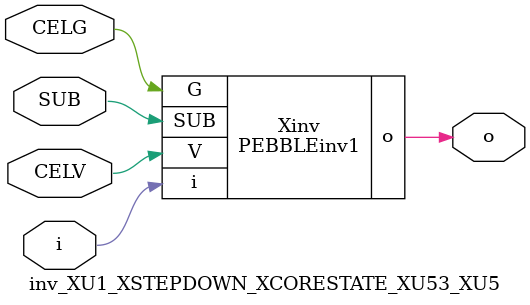
<source format=v>



module PEBBLEinv1 ( o, G, SUB, V, i );

  input V;
  input i;
  input G;
  output o;
  input SUB;
endmodule

//Celera Confidential Do Not Copy inv_XU1_XSTEPDOWN_XCORESTATE_XU53_XU5
//Celera Confidential Symbol Generator
//5V Inverter
module inv_XU1_XSTEPDOWN_XCORESTATE_XU53_XU5 (CELV,CELG,i,o,SUB);
input CELV;
input CELG;
input i;
input SUB;
output o;

//Celera Confidential Do Not Copy inv
PEBBLEinv1 Xinv(
.V (CELV),
.i (i),
.o (o),
.SUB (SUB),
.G (CELG)
);
//,diesize,PEBBLEinv1

//Celera Confidential Do Not Copy Module End
//Celera Schematic Generator
endmodule

</source>
